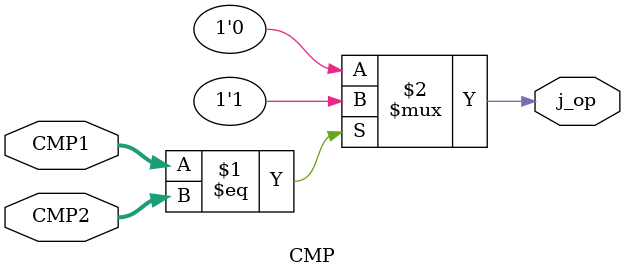
<source format=v>
`timescale 1ns / 1ps
module CMP(
    input [31:0] CMP1,
    input [31:0] CMP2,
    output j_op
    );

assign j_op = (CMP1 == CMP2) ? 1'b1 : 1'b0;
endmodule

</source>
